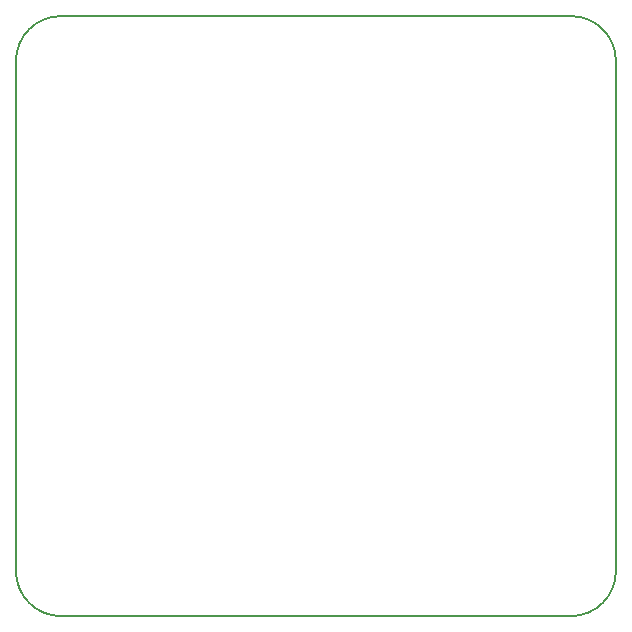
<source format=gm1>
G04 #@! TF.FileFunction,Profile,NP*
%FSLAX46Y46*%
G04 Gerber Fmt 4.6, Leading zero omitted, Abs format (unit mm)*
G04 Created by KiCad (PCBNEW (2015-11-29 BZR 6336)-product) date vrijdag 15 april 2016 20:58:08*
%MOMM*%
G01*
G04 APERTURE LIST*
%ADD10C,0.100000*%
%ADD11C,0.150000*%
G04 APERTURE END LIST*
D10*
D11*
X50800000Y-97790000D02*
G75*
G03X54610000Y-101600000I3810000J0D01*
G01*
X97790000Y-101600000D02*
G75*
G03X101600000Y-97790000I0J3810000D01*
G01*
X101600000Y-54610000D02*
G75*
G03X97790000Y-50800000I-3810000J0D01*
G01*
X54610000Y-50800000D02*
G75*
G03X50800000Y-54610000I0J-3810000D01*
G01*
X101600000Y-97790000D02*
X101600000Y-54610000D01*
X54610000Y-101600000D02*
X97790000Y-101600000D01*
X50800000Y-54610000D02*
X50800000Y-97790000D01*
X97790000Y-50800000D02*
X54610000Y-50800000D01*
M02*

</source>
